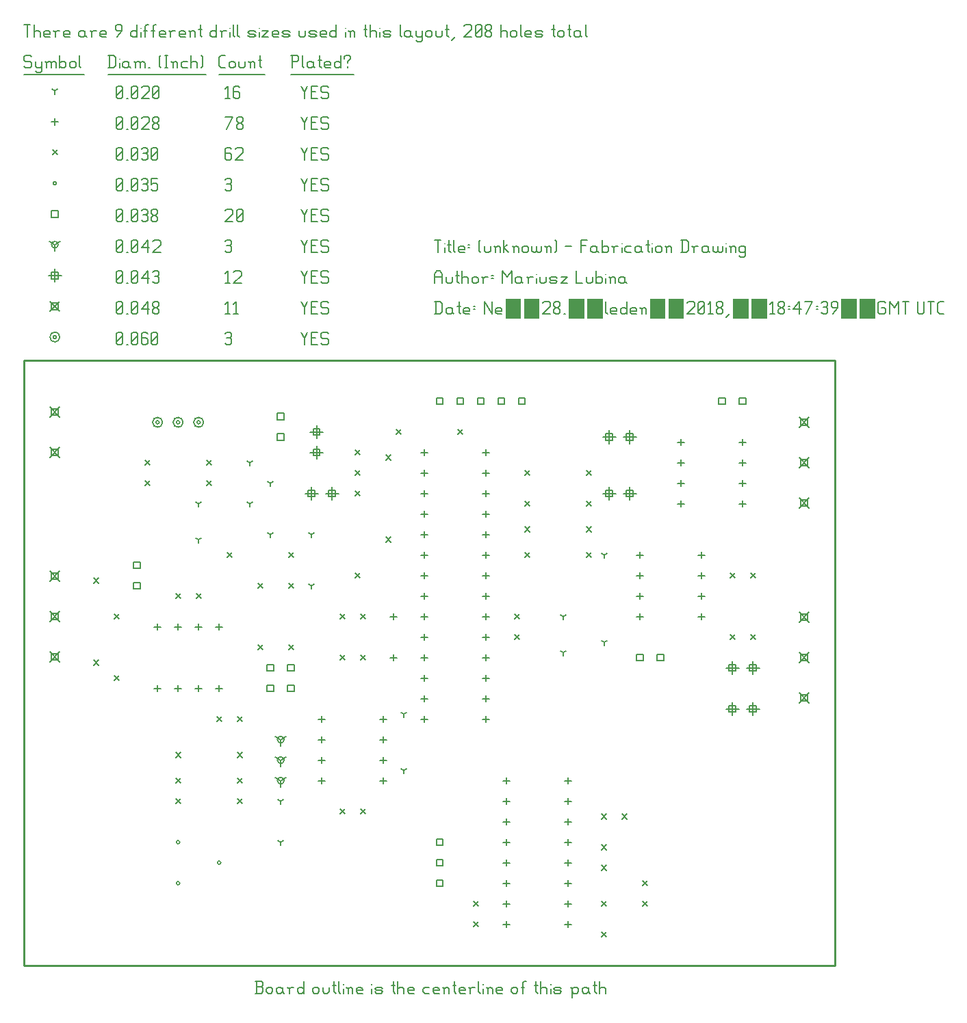
<source format=gbr>
G04 start of page 10 for group -3984 idx -3984 *
G04 Title: (unknown), fab *
G04 Creator: pcb 20140316 *
G04 CreationDate: Ne 28. leden 2018, 18:47:39 GMT UTC *
G04 For: mario *
G04 Format: Gerber/RS-274X *
G04 PCB-Dimensions (mil): 3976.38 2992.13 *
G04 PCB-Coordinate-Origin: lower left *
%MOIN*%
%FSLAX25Y25*%
%LNFAB*%
%ADD80C,0.0001*%
%ADD79C,0.0075*%
%ADD78C,0.0060*%
%ADD77C,0.0080*%
%ADD76C,0.0100*%
G54D76*X395000Y4213D02*X375000D01*
X395000D02*Y24213D01*
Y4213D02*X0D01*
Y299213D01*
X395000D01*
Y4213D01*
G54D77*X64200Y268898D02*G75*G03X65800Y268898I800J0D01*G01*
G75*G03X64200Y268898I-800J0D01*G01*
X62600D02*G75*G03X67400Y268898I2400J0D01*G01*
G75*G03X62600Y268898I-2400J0D01*G01*
X74200D02*G75*G03X75800Y268898I800J0D01*G01*
G75*G03X74200Y268898I-800J0D01*G01*
X72600D02*G75*G03X77400Y268898I2400J0D01*G01*
G75*G03X72600Y268898I-2400J0D01*G01*
X84200D02*G75*G03X85800Y268898I800J0D01*G01*
G75*G03X84200Y268898I-800J0D01*G01*
X82600D02*G75*G03X87400Y268898I2400J0D01*G01*
G75*G03X82600Y268898I-2400J0D01*G01*
X14200Y310463D02*G75*G03X15800Y310463I800J0D01*G01*
G75*G03X14200Y310463I-800J0D01*G01*
X12600D02*G75*G03X17400Y310463I2400J0D01*G01*
G75*G03X12600Y310463I-2400J0D01*G01*
G54D78*X135000Y312713D02*X136500Y309713D01*
X138000Y312713D01*
X136500Y309713D02*Y306713D01*
X139800Y310013D02*X142050D01*
X139800Y306713D02*X142800D01*
X139800Y312713D02*Y306713D01*
Y312713D02*X142800D01*
X147600D02*X148350Y311963D01*
X145350Y312713D02*X147600D01*
X144600Y311963D02*X145350Y312713D01*
X144600Y311963D02*Y310463D01*
X145350Y309713D01*
X147600D01*
X148350Y308963D01*
Y307463D01*
X147600Y306713D02*X148350Y307463D01*
X145350Y306713D02*X147600D01*
X144600Y307463D02*X145350Y306713D01*
X98000Y311963D02*X98750Y312713D01*
X100250D01*
X101000Y311963D01*
X100250Y306713D02*X101000Y307463D01*
X98750Y306713D02*X100250D01*
X98000Y307463D02*X98750Y306713D01*
Y310013D02*X100250D01*
X101000Y311963D02*Y310763D01*
Y309263D02*Y307463D01*
Y309263D02*X100250Y310013D01*
X101000Y310763D02*X100250Y310013D01*
X45000Y307463D02*X45750Y306713D01*
X45000Y311963D02*Y307463D01*
Y311963D02*X45750Y312713D01*
X47250D01*
X48000Y311963D01*
Y307463D01*
X47250Y306713D02*X48000Y307463D01*
X45750Y306713D02*X47250D01*
X45000Y308213D02*X48000Y311213D01*
X49800Y306713D02*X50550D01*
X52350Y307463D02*X53100Y306713D01*
X52350Y311963D02*Y307463D01*
Y311963D02*X53100Y312713D01*
X54600D01*
X55350Y311963D01*
Y307463D01*
X54600Y306713D02*X55350Y307463D01*
X53100Y306713D02*X54600D01*
X52350Y308213D02*X55350Y311213D01*
X59400Y312713D02*X60150Y311963D01*
X57900Y312713D02*X59400D01*
X57150Y311963D02*X57900Y312713D01*
X57150Y311963D02*Y307463D01*
X57900Y306713D01*
X59400Y310013D02*X60150Y309263D01*
X57150Y310013D02*X59400D01*
X57900Y306713D02*X59400D01*
X60150Y307463D01*
Y309263D02*Y307463D01*
X61950D02*X62700Y306713D01*
X61950Y311963D02*Y307463D01*
Y311963D02*X62700Y312713D01*
X64200D01*
X64950Y311963D01*
Y307463D01*
X64200Y306713D02*X64950Y307463D01*
X62700Y306713D02*X64200D01*
X61950Y308213D02*X64950Y311213D01*
X12600Y156928D02*X17400Y152128D01*
X12600D02*X17400Y156928D01*
X13400Y156128D02*X16600D01*
X13400D02*Y152928D01*
X16600D01*
Y156128D02*Y152928D01*
X12600Y176613D02*X17400Y171813D01*
X12600D02*X17400Y176613D01*
X13400Y175813D02*X16600D01*
X13400D02*Y172613D01*
X16600D01*
Y175813D02*Y172613D01*
X12600Y196298D02*X17400Y191498D01*
X12600D02*X17400Y196298D01*
X13400Y195498D02*X16600D01*
X13400D02*Y192298D01*
X16600D01*
Y195498D02*Y192298D01*
X12600Y256613D02*X17400Y251813D01*
X12600D02*X17400Y256613D01*
X13400Y255813D02*X16600D01*
X13400D02*Y252613D01*
X16600D01*
Y255813D02*Y252613D01*
X12600Y276298D02*X17400Y271498D01*
X12600D02*X17400Y276298D01*
X13400Y275498D02*X16600D01*
X13400D02*Y272298D01*
X16600D01*
Y275498D02*Y272298D01*
X377600Y271298D02*X382400Y266498D01*
X377600D02*X382400Y271298D01*
X378400Y270498D02*X381600D01*
X378400D02*Y267298D01*
X381600D01*
Y270498D02*Y267298D01*
X377600Y251613D02*X382400Y246813D01*
X377600D02*X382400Y251613D01*
X378400Y250813D02*X381600D01*
X378400D02*Y247613D01*
X381600D01*
Y250813D02*Y247613D01*
X377600Y231928D02*X382400Y227128D01*
X377600D02*X382400Y231928D01*
X378400Y231128D02*X381600D01*
X378400D02*Y227928D01*
X381600D01*
Y231128D02*Y227928D01*
X377600Y176298D02*X382400Y171498D01*
X377600D02*X382400Y176298D01*
X378400Y175498D02*X381600D01*
X378400D02*Y172298D01*
X381600D01*
Y175498D02*Y172298D01*
X377600Y156613D02*X382400Y151813D01*
X377600D02*X382400Y156613D01*
X378400Y155813D02*X381600D01*
X378400D02*Y152613D01*
X381600D01*
Y155813D02*Y152613D01*
X377600Y136928D02*X382400Y132128D01*
X377600D02*X382400Y136928D01*
X378400Y136128D02*X381600D01*
X378400D02*Y132928D01*
X381600D01*
Y136128D02*Y132928D01*
X12600Y327863D02*X17400Y323063D01*
X12600D02*X17400Y327863D01*
X13400Y327063D02*X16600D01*
X13400D02*Y323863D01*
X16600D01*
Y327063D02*Y323863D01*
X135000Y327713D02*X136500Y324713D01*
X138000Y327713D01*
X136500Y324713D02*Y321713D01*
X139800Y325013D02*X142050D01*
X139800Y321713D02*X142800D01*
X139800Y327713D02*Y321713D01*
Y327713D02*X142800D01*
X147600D02*X148350Y326963D01*
X145350Y327713D02*X147600D01*
X144600Y326963D02*X145350Y327713D01*
X144600Y326963D02*Y325463D01*
X145350Y324713D01*
X147600D01*
X148350Y323963D01*
Y322463D01*
X147600Y321713D02*X148350Y322463D01*
X145350Y321713D02*X147600D01*
X144600Y322463D02*X145350Y321713D01*
X98000Y326513D02*X99200Y327713D01*
Y321713D01*
X98000D02*X100250D01*
X102050Y326513D02*X103250Y327713D01*
Y321713D01*
X102050D02*X104300D01*
X45000Y322463D02*X45750Y321713D01*
X45000Y326963D02*Y322463D01*
Y326963D02*X45750Y327713D01*
X47250D01*
X48000Y326963D01*
Y322463D01*
X47250Y321713D02*X48000Y322463D01*
X45750Y321713D02*X47250D01*
X45000Y323213D02*X48000Y326213D01*
X49800Y321713D02*X50550D01*
X52350Y322463D02*X53100Y321713D01*
X52350Y326963D02*Y322463D01*
Y326963D02*X53100Y327713D01*
X54600D01*
X55350Y326963D01*
Y322463D01*
X54600Y321713D02*X55350Y322463D01*
X53100Y321713D02*X54600D01*
X52350Y323213D02*X55350Y326213D01*
X57150Y323963D02*X60150Y327713D01*
X57150Y323963D02*X60900D01*
X60150Y327713D02*Y321713D01*
X62700Y322463D02*X63450Y321713D01*
X62700Y323663D02*Y322463D01*
Y323663D02*X63750Y324713D01*
X64650D01*
X65700Y323663D01*
Y322463D01*
X64950Y321713D02*X65700Y322463D01*
X63450Y321713D02*X64950D01*
X62700Y325763D02*X63750Y324713D01*
X62700Y326963D02*Y325763D01*
Y326963D02*X63450Y327713D01*
X64950D01*
X65700Y326963D01*
Y325763D01*
X64650Y324713D02*X65700Y325763D01*
X140000Y237413D02*Y231013D01*
X136800Y234213D02*X143200D01*
X138400Y235813D02*X141600D01*
X138400D02*Y232613D01*
X141600D01*
Y235813D02*Y232613D01*
X150000Y237413D02*Y231013D01*
X146800Y234213D02*X153200D01*
X148400Y235813D02*X151600D01*
X148400D02*Y232613D01*
X151600D01*
Y235813D02*Y232613D01*
X142500Y257413D02*Y251013D01*
X139300Y254213D02*X145700D01*
X140900Y255813D02*X144100D01*
X140900D02*Y252613D01*
X144100D01*
Y255813D02*Y252613D01*
X142500Y267413D02*Y261013D01*
X139300Y264213D02*X145700D01*
X140900Y265813D02*X144100D01*
X140900D02*Y262613D01*
X144100D01*
Y265813D02*Y262613D01*
X295000Y237413D02*Y231013D01*
X291800Y234213D02*X298200D01*
X293400Y235813D02*X296600D01*
X293400D02*Y232613D01*
X296600D01*
Y235813D02*Y232613D01*
X285000Y237413D02*Y231013D01*
X281800Y234213D02*X288200D01*
X283400Y235813D02*X286600D01*
X283400D02*Y232613D01*
X286600D01*
Y235813D02*Y232613D01*
X295000Y264913D02*Y258513D01*
X291800Y261713D02*X298200D01*
X293400Y263313D02*X296600D01*
X293400D02*Y260113D01*
X296600D01*
Y263313D02*Y260113D01*
X285000Y264913D02*Y258513D01*
X281800Y261713D02*X288200D01*
X283400Y263313D02*X286600D01*
X283400D02*Y260113D01*
X286600D01*
Y263313D02*Y260113D01*
X345000Y152413D02*Y146013D01*
X341800Y149213D02*X348200D01*
X343400Y150813D02*X346600D01*
X343400D02*Y147613D01*
X346600D01*
Y150813D02*Y147613D01*
X355000Y152413D02*Y146013D01*
X351800Y149213D02*X358200D01*
X353400Y150813D02*X356600D01*
X353400D02*Y147613D01*
X356600D01*
Y150813D02*Y147613D01*
X345000Y132413D02*Y126013D01*
X341800Y129213D02*X348200D01*
X343400Y130813D02*X346600D01*
X343400D02*Y127613D01*
X346600D01*
Y130813D02*Y127613D01*
X355000Y132413D02*Y126013D01*
X351800Y129213D02*X358200D01*
X353400Y130813D02*X356600D01*
X353400D02*Y127613D01*
X356600D01*
Y130813D02*Y127613D01*
X15000Y343663D02*Y337263D01*
X11800Y340463D02*X18200D01*
X13400Y342063D02*X16600D01*
X13400D02*Y338863D01*
X16600D01*
Y342063D02*Y338863D01*
X135000Y342713D02*X136500Y339713D01*
X138000Y342713D01*
X136500Y339713D02*Y336713D01*
X139800Y340013D02*X142050D01*
X139800Y336713D02*X142800D01*
X139800Y342713D02*Y336713D01*
Y342713D02*X142800D01*
X147600D02*X148350Y341963D01*
X145350Y342713D02*X147600D01*
X144600Y341963D02*X145350Y342713D01*
X144600Y341963D02*Y340463D01*
X145350Y339713D01*
X147600D01*
X148350Y338963D01*
Y337463D01*
X147600Y336713D02*X148350Y337463D01*
X145350Y336713D02*X147600D01*
X144600Y337463D02*X145350Y336713D01*
X98000Y341513D02*X99200Y342713D01*
Y336713D01*
X98000D02*X100250D01*
X102050Y341963D02*X102800Y342713D01*
X105050D01*
X105800Y341963D01*
Y340463D01*
X102050Y336713D02*X105800Y340463D01*
X102050Y336713D02*X105800D01*
X45000Y337463D02*X45750Y336713D01*
X45000Y341963D02*Y337463D01*
Y341963D02*X45750Y342713D01*
X47250D01*
X48000Y341963D01*
Y337463D01*
X47250Y336713D02*X48000Y337463D01*
X45750Y336713D02*X47250D01*
X45000Y338213D02*X48000Y341213D01*
X49800Y336713D02*X50550D01*
X52350Y337463D02*X53100Y336713D01*
X52350Y341963D02*Y337463D01*
Y341963D02*X53100Y342713D01*
X54600D01*
X55350Y341963D01*
Y337463D01*
X54600Y336713D02*X55350Y337463D01*
X53100Y336713D02*X54600D01*
X52350Y338213D02*X55350Y341213D01*
X57150Y338963D02*X60150Y342713D01*
X57150Y338963D02*X60900D01*
X60150Y342713D02*Y336713D01*
X62700Y341963D02*X63450Y342713D01*
X64950D01*
X65700Y341963D01*
X64950Y336713D02*X65700Y337463D01*
X63450Y336713D02*X64950D01*
X62700Y337463D02*X63450Y336713D01*
Y340013D02*X64950D01*
X65700Y341963D02*Y340763D01*
Y339263D02*Y337463D01*
Y339263D02*X64950Y340013D01*
X65700Y340763D02*X64950Y340013D01*
X125000Y94213D02*Y91013D01*
Y94213D02*X127773Y95813D01*
X125000Y94213D02*X122227Y95813D01*
X123400Y94213D02*G75*G03X126600Y94213I1600J0D01*G01*
G75*G03X123400Y94213I-1600J0D01*G01*
X125000Y104213D02*Y101013D01*
Y104213D02*X127773Y105813D01*
X125000Y104213D02*X122227Y105813D01*
X123400Y104213D02*G75*G03X126600Y104213I1600J0D01*G01*
G75*G03X123400Y104213I-1600J0D01*G01*
X125000Y114213D02*Y111013D01*
Y114213D02*X127773Y115813D01*
X125000Y114213D02*X122227Y115813D01*
X123400Y114213D02*G75*G03X126600Y114213I1600J0D01*G01*
G75*G03X123400Y114213I-1600J0D01*G01*
X15000Y355463D02*Y352263D01*
Y355463D02*X17773Y357063D01*
X15000Y355463D02*X12227Y357063D01*
X13400Y355463D02*G75*G03X16600Y355463I1600J0D01*G01*
G75*G03X13400Y355463I-1600J0D01*G01*
X135000Y357713D02*X136500Y354713D01*
X138000Y357713D01*
X136500Y354713D02*Y351713D01*
X139800Y355013D02*X142050D01*
X139800Y351713D02*X142800D01*
X139800Y357713D02*Y351713D01*
Y357713D02*X142800D01*
X147600D02*X148350Y356963D01*
X145350Y357713D02*X147600D01*
X144600Y356963D02*X145350Y357713D01*
X144600Y356963D02*Y355463D01*
X145350Y354713D01*
X147600D01*
X148350Y353963D01*
Y352463D01*
X147600Y351713D02*X148350Y352463D01*
X145350Y351713D02*X147600D01*
X144600Y352463D02*X145350Y351713D01*
X98000Y356963D02*X98750Y357713D01*
X100250D01*
X101000Y356963D01*
X100250Y351713D02*X101000Y352463D01*
X98750Y351713D02*X100250D01*
X98000Y352463D02*X98750Y351713D01*
Y355013D02*X100250D01*
X101000Y356963D02*Y355763D01*
Y354263D02*Y352463D01*
Y354263D02*X100250Y355013D01*
X101000Y355763D02*X100250Y355013D01*
X45000Y352463D02*X45750Y351713D01*
X45000Y356963D02*Y352463D01*
Y356963D02*X45750Y357713D01*
X47250D01*
X48000Y356963D01*
Y352463D01*
X47250Y351713D02*X48000Y352463D01*
X45750Y351713D02*X47250D01*
X45000Y353213D02*X48000Y356213D01*
X49800Y351713D02*X50550D01*
X52350Y352463D02*X53100Y351713D01*
X52350Y356963D02*Y352463D01*
Y356963D02*X53100Y357713D01*
X54600D01*
X55350Y356963D01*
Y352463D01*
X54600Y351713D02*X55350Y352463D01*
X53100Y351713D02*X54600D01*
X52350Y353213D02*X55350Y356213D01*
X57150Y353963D02*X60150Y357713D01*
X57150Y353963D02*X60900D01*
X60150Y357713D02*Y351713D01*
X62700Y356963D02*X63450Y357713D01*
X65700D01*
X66450Y356963D01*
Y355463D01*
X62700Y351713D02*X66450Y355463D01*
X62700Y351713D02*X66450D01*
X53400Y200813D02*X56600D01*
X53400D02*Y197613D01*
X56600D01*
Y200813D02*Y197613D01*
X53400Y190813D02*X56600D01*
X53400D02*Y187613D01*
X56600D01*
Y190813D02*Y187613D01*
X123400Y273313D02*X126600D01*
X123400D02*Y270113D01*
X126600D01*
Y273313D02*Y270113D01*
X123400Y263313D02*X126600D01*
X123400D02*Y260113D01*
X126600D01*
Y263313D02*Y260113D01*
X240900Y280813D02*X244100D01*
X240900D02*Y277613D01*
X244100D01*
Y280813D02*Y277613D01*
X230900Y280813D02*X234100D01*
X230900D02*Y277613D01*
X234100D01*
Y280813D02*Y277613D01*
X220900Y280813D02*X224100D01*
X220900D02*Y277613D01*
X224100D01*
Y280813D02*Y277613D01*
X210900Y280813D02*X214100D01*
X210900D02*Y277613D01*
X214100D01*
Y280813D02*Y277613D01*
X200900Y280813D02*X204100D01*
X200900D02*Y277613D01*
X204100D01*
Y280813D02*Y277613D01*
X348400Y280813D02*X351600D01*
X348400D02*Y277613D01*
X351600D01*
Y280813D02*Y277613D01*
X338400Y280813D02*X341600D01*
X338400D02*Y277613D01*
X341600D01*
Y280813D02*Y277613D01*
X308400Y155813D02*X311600D01*
X308400D02*Y152613D01*
X311600D01*
Y155813D02*Y152613D01*
X298400Y155813D02*X301600D01*
X298400D02*Y152613D01*
X301600D01*
Y155813D02*Y152613D01*
X200900Y45813D02*X204100D01*
X200900D02*Y42613D01*
X204100D01*
Y45813D02*Y42613D01*
X200900Y55813D02*X204100D01*
X200900D02*Y52613D01*
X204100D01*
Y55813D02*Y52613D01*
X200900Y65813D02*X204100D01*
X200900D02*Y62613D01*
X204100D01*
Y65813D02*Y62613D01*
X128400Y150813D02*X131600D01*
X128400D02*Y147613D01*
X131600D01*
Y150813D02*Y147613D01*
X128400Y140813D02*X131600D01*
X128400D02*Y137613D01*
X131600D01*
Y140813D02*Y137613D01*
X118400Y150813D02*X121600D01*
X118400D02*Y147613D01*
X121600D01*
Y150813D02*Y147613D01*
X118400Y140813D02*X121600D01*
X118400D02*Y137613D01*
X121600D01*
Y140813D02*Y137613D01*
X13400Y372063D02*X16600D01*
X13400D02*Y368863D01*
X16600D01*
Y372063D02*Y368863D01*
X135000Y372713D02*X136500Y369713D01*
X138000Y372713D01*
X136500Y369713D02*Y366713D01*
X139800Y370013D02*X142050D01*
X139800Y366713D02*X142800D01*
X139800Y372713D02*Y366713D01*
Y372713D02*X142800D01*
X147600D02*X148350Y371963D01*
X145350Y372713D02*X147600D01*
X144600Y371963D02*X145350Y372713D01*
X144600Y371963D02*Y370463D01*
X145350Y369713D01*
X147600D01*
X148350Y368963D01*
Y367463D01*
X147600Y366713D02*X148350Y367463D01*
X145350Y366713D02*X147600D01*
X144600Y367463D02*X145350Y366713D01*
X98000Y371963D02*X98750Y372713D01*
X101000D01*
X101750Y371963D01*
Y370463D01*
X98000Y366713D02*X101750Y370463D01*
X98000Y366713D02*X101750D01*
X103550Y367463D02*X104300Y366713D01*
X103550Y371963D02*Y367463D01*
Y371963D02*X104300Y372713D01*
X105800D01*
X106550Y371963D01*
Y367463D01*
X105800Y366713D02*X106550Y367463D01*
X104300Y366713D02*X105800D01*
X103550Y368213D02*X106550Y371213D01*
X45000Y367463D02*X45750Y366713D01*
X45000Y371963D02*Y367463D01*
Y371963D02*X45750Y372713D01*
X47250D01*
X48000Y371963D01*
Y367463D01*
X47250Y366713D02*X48000Y367463D01*
X45750Y366713D02*X47250D01*
X45000Y368213D02*X48000Y371213D01*
X49800Y366713D02*X50550D01*
X52350Y367463D02*X53100Y366713D01*
X52350Y371963D02*Y367463D01*
Y371963D02*X53100Y372713D01*
X54600D01*
X55350Y371963D01*
Y367463D01*
X54600Y366713D02*X55350Y367463D01*
X53100Y366713D02*X54600D01*
X52350Y368213D02*X55350Y371213D01*
X57150Y371963D02*X57900Y372713D01*
X59400D01*
X60150Y371963D01*
X59400Y366713D02*X60150Y367463D01*
X57900Y366713D02*X59400D01*
X57150Y367463D02*X57900Y366713D01*
Y370013D02*X59400D01*
X60150Y371963D02*Y370763D01*
Y369263D02*Y367463D01*
Y369263D02*X59400Y370013D01*
X60150Y370763D02*X59400Y370013D01*
X61950Y367463D02*X62700Y366713D01*
X61950Y368663D02*Y367463D01*
Y368663D02*X63000Y369713D01*
X63900D01*
X64950Y368663D01*
Y367463D01*
X64200Y366713D02*X64950Y367463D01*
X62700Y366713D02*X64200D01*
X61950Y370763D02*X63000Y369713D01*
X61950Y371963D02*Y370763D01*
Y371963D02*X62700Y372713D01*
X64200D01*
X64950Y371963D01*
Y370763D01*
X63900Y369713D02*X64950Y370763D01*
X74200Y64213D02*G75*G03X75800Y64213I800J0D01*G01*
G75*G03X74200Y64213I-800J0D01*G01*
Y44213D02*G75*G03X75800Y44213I800J0D01*G01*
G75*G03X74200Y44213I-800J0D01*G01*
X94200Y54213D02*G75*G03X95800Y54213I800J0D01*G01*
G75*G03X94200Y54213I-800J0D01*G01*
X14200Y385463D02*G75*G03X15800Y385463I800J0D01*G01*
G75*G03X14200Y385463I-800J0D01*G01*
X135000Y387713D02*X136500Y384713D01*
X138000Y387713D01*
X136500Y384713D02*Y381713D01*
X139800Y385013D02*X142050D01*
X139800Y381713D02*X142800D01*
X139800Y387713D02*Y381713D01*
Y387713D02*X142800D01*
X147600D02*X148350Y386963D01*
X145350Y387713D02*X147600D01*
X144600Y386963D02*X145350Y387713D01*
X144600Y386963D02*Y385463D01*
X145350Y384713D01*
X147600D01*
X148350Y383963D01*
Y382463D01*
X147600Y381713D02*X148350Y382463D01*
X145350Y381713D02*X147600D01*
X144600Y382463D02*X145350Y381713D01*
X98000Y386963D02*X98750Y387713D01*
X100250D01*
X101000Y386963D01*
X100250Y381713D02*X101000Y382463D01*
X98750Y381713D02*X100250D01*
X98000Y382463D02*X98750Y381713D01*
Y385013D02*X100250D01*
X101000Y386963D02*Y385763D01*
Y384263D02*Y382463D01*
Y384263D02*X100250Y385013D01*
X101000Y385763D02*X100250Y385013D01*
X45000Y382463D02*X45750Y381713D01*
X45000Y386963D02*Y382463D01*
Y386963D02*X45750Y387713D01*
X47250D01*
X48000Y386963D01*
Y382463D01*
X47250Y381713D02*X48000Y382463D01*
X45750Y381713D02*X47250D01*
X45000Y383213D02*X48000Y386213D01*
X49800Y381713D02*X50550D01*
X52350Y382463D02*X53100Y381713D01*
X52350Y386963D02*Y382463D01*
Y386963D02*X53100Y387713D01*
X54600D01*
X55350Y386963D01*
Y382463D01*
X54600Y381713D02*X55350Y382463D01*
X53100Y381713D02*X54600D01*
X52350Y383213D02*X55350Y386213D01*
X57150Y386963D02*X57900Y387713D01*
X59400D01*
X60150Y386963D01*
X59400Y381713D02*X60150Y382463D01*
X57900Y381713D02*X59400D01*
X57150Y382463D02*X57900Y381713D01*
Y385013D02*X59400D01*
X60150Y386963D02*Y385763D01*
Y384263D02*Y382463D01*
Y384263D02*X59400Y385013D01*
X60150Y385763D02*X59400Y385013D01*
X61950Y387713D02*X64950D01*
X61950D02*Y384713D01*
X62700Y385463D01*
X64200D01*
X64950Y384713D01*
Y382463D01*
X64200Y381713D02*X64950Y382463D01*
X62700Y381713D02*X64200D01*
X61950Y382463D02*X62700Y381713D01*
X83800Y185413D02*X86200Y183013D01*
X83800D02*X86200Y185413D01*
X73800D02*X76200Y183013D01*
X73800D02*X76200Y185413D01*
X98800Y205413D02*X101200Y203013D01*
X98800D02*X101200Y205413D01*
X128800D02*X131200Y203013D01*
X128800D02*X131200Y205413D01*
X43800Y175413D02*X46200Y173013D01*
X43800D02*X46200Y175413D01*
X43800Y145413D02*X46200Y143013D01*
X43800D02*X46200Y145413D01*
X58800Y250413D02*X61200Y248013D01*
X58800D02*X61200Y250413D01*
X58800Y240413D02*X61200Y238013D01*
X58800D02*X61200Y240413D01*
X88800Y250413D02*X91200Y248013D01*
X88800D02*X91200Y250413D01*
X88800Y240413D02*X91200Y238013D01*
X88800D02*X91200Y240413D01*
X113800Y160413D02*X116200Y158013D01*
X113800D02*X116200Y160413D01*
X113800Y190413D02*X116200Y188013D01*
X113800D02*X116200Y190413D01*
X128800Y160413D02*X131200Y158013D01*
X128800D02*X131200Y160413D01*
X128800Y190413D02*X131200Y188013D01*
X128800D02*X131200Y190413D01*
X153800Y80413D02*X156200Y78013D01*
X153800D02*X156200Y80413D01*
X163800D02*X166200Y78013D01*
X163800D02*X166200Y80413D01*
X153800Y155413D02*X156200Y153013D01*
X153800D02*X156200Y155413D01*
X163800D02*X166200Y153013D01*
X163800D02*X166200Y155413D01*
X153800Y175413D02*X156200Y173013D01*
X153800D02*X156200Y175413D01*
X163800D02*X166200Y173013D01*
X163800D02*X166200Y175413D01*
X238800Y165413D02*X241200Y163013D01*
X238800D02*X241200Y165413D01*
X238800Y175413D02*X241200Y173013D01*
X238800D02*X241200Y175413D01*
X181300Y265413D02*X183700Y263013D01*
X181300D02*X183700Y265413D01*
X211300D02*X213700Y263013D01*
X211300D02*X213700Y265413D01*
X243800Y205413D02*X246200Y203013D01*
X243800D02*X246200Y205413D01*
X273800D02*X276200Y203013D01*
X273800D02*X276200Y205413D01*
X243800Y217913D02*X246200Y215513D01*
X243800D02*X246200Y217913D01*
X273800D02*X276200Y215513D01*
X273800D02*X276200Y217913D01*
X243800Y245413D02*X246200Y243013D01*
X243800D02*X246200Y245413D01*
X273800D02*X276200Y243013D01*
X273800D02*X276200Y245413D01*
X243800Y230413D02*X246200Y228013D01*
X243800D02*X246200Y230413D01*
X273800D02*X276200Y228013D01*
X273800D02*X276200Y230413D01*
X353800Y165413D02*X356200Y163013D01*
X353800D02*X356200Y165413D01*
X353800Y195413D02*X356200Y193013D01*
X353800D02*X356200Y195413D01*
X343800Y165413D02*X346200Y163013D01*
X343800D02*X346200Y165413D01*
X343800Y195413D02*X346200Y193013D01*
X343800D02*X346200Y195413D01*
X218800Y25413D02*X221200Y23013D01*
X218800D02*X221200Y25413D01*
X218800Y35413D02*X221200Y33013D01*
X218800D02*X221200Y35413D01*
X301300D02*X303700Y33013D01*
X301300D02*X303700Y35413D01*
X301300Y45413D02*X303700Y43013D01*
X301300D02*X303700Y45413D01*
X281300Y52913D02*X283700Y50513D01*
X281300D02*X283700Y52913D01*
X281300Y62913D02*X283700Y60513D01*
X281300D02*X283700Y62913D01*
X281300Y77913D02*X283700Y75513D01*
X281300D02*X283700Y77913D01*
X291300D02*X293700Y75513D01*
X291300D02*X293700Y77913D01*
X161300Y235413D02*X163700Y233013D01*
X161300D02*X163700Y235413D01*
X161300Y195413D02*X163700Y193013D01*
X161300D02*X163700Y195413D01*
X176300Y252913D02*X178700Y250513D01*
X176300D02*X178700Y252913D01*
X176300Y212913D02*X178700Y210513D01*
X176300D02*X178700Y212913D01*
X93800Y125413D02*X96200Y123013D01*
X93800D02*X96200Y125413D01*
X103800D02*X106200Y123013D01*
X103800D02*X106200Y125413D01*
X73800Y107913D02*X76200Y105513D01*
X73800D02*X76200Y107913D01*
X103800D02*X106200Y105513D01*
X103800D02*X106200Y107913D01*
X161300Y255413D02*X163700Y253013D01*
X161300D02*X163700Y255413D01*
X161300Y245413D02*X163700Y243013D01*
X161300D02*X163700Y245413D01*
X281300Y35413D02*X283700Y33013D01*
X281300D02*X283700Y35413D01*
X281300Y20413D02*X283700Y18013D01*
X281300D02*X283700Y20413D01*
X33800Y152913D02*X36200Y150513D01*
X33800D02*X36200Y152913D01*
X33800Y192913D02*X36200Y190513D01*
X33800D02*X36200Y192913D01*
X73800Y95413D02*X76200Y93013D01*
X73800D02*X76200Y95413D01*
X103800D02*X106200Y93013D01*
X103800D02*X106200Y95413D01*
X103800Y85413D02*X106200Y83013D01*
X103800D02*X106200Y85413D01*
X73800D02*X76200Y83013D01*
X73800D02*X76200Y85413D01*
X13800Y401663D02*X16200Y399263D01*
X13800D02*X16200Y401663D01*
X135000Y402713D02*X136500Y399713D01*
X138000Y402713D01*
X136500Y399713D02*Y396713D01*
X139800Y400013D02*X142050D01*
X139800Y396713D02*X142800D01*
X139800Y402713D02*Y396713D01*
Y402713D02*X142800D01*
X147600D02*X148350Y401963D01*
X145350Y402713D02*X147600D01*
X144600Y401963D02*X145350Y402713D01*
X144600Y401963D02*Y400463D01*
X145350Y399713D01*
X147600D01*
X148350Y398963D01*
Y397463D01*
X147600Y396713D02*X148350Y397463D01*
X145350Y396713D02*X147600D01*
X144600Y397463D02*X145350Y396713D01*
X100250Y402713D02*X101000Y401963D01*
X98750Y402713D02*X100250D01*
X98000Y401963D02*X98750Y402713D01*
X98000Y401963D02*Y397463D01*
X98750Y396713D01*
X100250Y400013D02*X101000Y399263D01*
X98000Y400013D02*X100250D01*
X98750Y396713D02*X100250D01*
X101000Y397463D01*
Y399263D02*Y397463D01*
X102800Y401963D02*X103550Y402713D01*
X105800D01*
X106550Y401963D01*
Y400463D01*
X102800Y396713D02*X106550Y400463D01*
X102800Y396713D02*X106550D01*
X45000Y397463D02*X45750Y396713D01*
X45000Y401963D02*Y397463D01*
Y401963D02*X45750Y402713D01*
X47250D01*
X48000Y401963D01*
Y397463D01*
X47250Y396713D02*X48000Y397463D01*
X45750Y396713D02*X47250D01*
X45000Y398213D02*X48000Y401213D01*
X49800Y396713D02*X50550D01*
X52350Y397463D02*X53100Y396713D01*
X52350Y401963D02*Y397463D01*
Y401963D02*X53100Y402713D01*
X54600D01*
X55350Y401963D01*
Y397463D01*
X54600Y396713D02*X55350Y397463D01*
X53100Y396713D02*X54600D01*
X52350Y398213D02*X55350Y401213D01*
X57150Y401963D02*X57900Y402713D01*
X59400D01*
X60150Y401963D01*
X59400Y396713D02*X60150Y397463D01*
X57900Y396713D02*X59400D01*
X57150Y397463D02*X57900Y396713D01*
Y400013D02*X59400D01*
X60150Y401963D02*Y400763D01*
Y399263D02*Y397463D01*
Y399263D02*X59400Y400013D01*
X60150Y400763D02*X59400Y400013D01*
X61950Y397463D02*X62700Y396713D01*
X61950Y401963D02*Y397463D01*
Y401963D02*X62700Y402713D01*
X64200D01*
X64950Y401963D01*
Y397463D01*
X64200Y396713D02*X64950Y397463D01*
X62700Y396713D02*X64200D01*
X61950Y398213D02*X64950Y401213D01*
X65000Y140813D02*Y137613D01*
X63400Y139213D02*X66600D01*
X75000Y140813D02*Y137613D01*
X73400Y139213D02*X76600D01*
X85000Y140813D02*Y137613D01*
X83400Y139213D02*X86600D01*
X95000Y140813D02*Y137613D01*
X93400Y139213D02*X96600D01*
X95000Y170813D02*Y167613D01*
X93400Y169213D02*X96600D01*
X85000Y170813D02*Y167613D01*
X83400Y169213D02*X86600D01*
X75000Y170813D02*Y167613D01*
X73400Y169213D02*X76600D01*
X65000Y170813D02*Y167613D01*
X63400Y169213D02*X66600D01*
X175000Y95813D02*Y92613D01*
X173400Y94213D02*X176600D01*
X175000Y105813D02*Y102613D01*
X173400Y104213D02*X176600D01*
X175000Y115813D02*Y112613D01*
X173400Y114213D02*X176600D01*
X175000Y125813D02*Y122613D01*
X173400Y124213D02*X176600D01*
X145000Y125813D02*Y122613D01*
X143400Y124213D02*X146600D01*
X145000Y115813D02*Y112613D01*
X143400Y114213D02*X146600D01*
X145000Y105813D02*Y102613D01*
X143400Y104213D02*X146600D01*
X145000Y95813D02*Y92613D01*
X143400Y94213D02*X146600D01*
X195000Y255813D02*Y252613D01*
X193400Y254213D02*X196600D01*
X195000Y245813D02*Y242613D01*
X193400Y244213D02*X196600D01*
X195000Y235813D02*Y232613D01*
X193400Y234213D02*X196600D01*
X195000Y225813D02*Y222613D01*
X193400Y224213D02*X196600D01*
X195000Y215813D02*Y212613D01*
X193400Y214213D02*X196600D01*
X195000Y205813D02*Y202613D01*
X193400Y204213D02*X196600D01*
X195000Y195813D02*Y192613D01*
X193400Y194213D02*X196600D01*
X195000Y185813D02*Y182613D01*
X193400Y184213D02*X196600D01*
X195000Y175813D02*Y172613D01*
X193400Y174213D02*X196600D01*
X195000Y165813D02*Y162613D01*
X193400Y164213D02*X196600D01*
X195000Y155813D02*Y152613D01*
X193400Y154213D02*X196600D01*
X195000Y145813D02*Y142613D01*
X193400Y144213D02*X196600D01*
X195000Y135813D02*Y132613D01*
X193400Y134213D02*X196600D01*
X195000Y125813D02*Y122613D01*
X193400Y124213D02*X196600D01*
X225000Y125813D02*Y122613D01*
X223400Y124213D02*X226600D01*
X225000Y135813D02*Y132613D01*
X223400Y134213D02*X226600D01*
X225000Y145813D02*Y142613D01*
X223400Y144213D02*X226600D01*
X225000Y155813D02*Y152613D01*
X223400Y154213D02*X226600D01*
X225000Y165813D02*Y162613D01*
X223400Y164213D02*X226600D01*
X225000Y175813D02*Y172613D01*
X223400Y174213D02*X226600D01*
X225000Y185813D02*Y182613D01*
X223400Y184213D02*X226600D01*
X225000Y195813D02*Y192613D01*
X223400Y194213D02*X226600D01*
X225000Y205813D02*Y202613D01*
X223400Y204213D02*X226600D01*
X225000Y215813D02*Y212613D01*
X223400Y214213D02*X226600D01*
X225000Y225813D02*Y222613D01*
X223400Y224213D02*X226600D01*
X225000Y235813D02*Y232613D01*
X223400Y234213D02*X226600D01*
X225000Y245813D02*Y242613D01*
X223400Y244213D02*X226600D01*
X225000Y255813D02*Y252613D01*
X223400Y254213D02*X226600D01*
X180000Y175813D02*Y172613D01*
X178400Y174213D02*X181600D01*
X180000Y155813D02*Y152613D01*
X178400Y154213D02*X181600D01*
X320000Y260813D02*Y257613D01*
X318400Y259213D02*X321600D01*
X320000Y250813D02*Y247613D01*
X318400Y249213D02*X321600D01*
X350000Y250813D02*Y247613D01*
X348400Y249213D02*X351600D01*
X350000Y260813D02*Y257613D01*
X348400Y259213D02*X351600D01*
X320000Y240813D02*Y237613D01*
X318400Y239213D02*X321600D01*
X320000Y230813D02*Y227613D01*
X318400Y229213D02*X321600D01*
X350000Y230813D02*Y227613D01*
X348400Y229213D02*X351600D01*
X350000Y240813D02*Y237613D01*
X348400Y239213D02*X351600D01*
X330000Y175813D02*Y172613D01*
X328400Y174213D02*X331600D01*
X330000Y185813D02*Y182613D01*
X328400Y184213D02*X331600D01*
X300000Y185813D02*Y182613D01*
X298400Y184213D02*X301600D01*
X300000Y175813D02*Y172613D01*
X298400Y174213D02*X301600D01*
X330000Y195813D02*Y192613D01*
X328400Y194213D02*X331600D01*
X330000Y205813D02*Y202613D01*
X328400Y204213D02*X331600D01*
X300000Y205813D02*Y202613D01*
X298400Y204213D02*X301600D01*
X300000Y195813D02*Y192613D01*
X298400Y194213D02*X301600D01*
X265000Y25813D02*Y22613D01*
X263400Y24213D02*X266600D01*
X265000Y35813D02*Y32613D01*
X263400Y34213D02*X266600D01*
X265000Y45813D02*Y42613D01*
X263400Y44213D02*X266600D01*
X265000Y55813D02*Y52613D01*
X263400Y54213D02*X266600D01*
X265000Y65813D02*Y62613D01*
X263400Y64213D02*X266600D01*
X265000Y75813D02*Y72613D01*
X263400Y74213D02*X266600D01*
X265000Y85813D02*Y82613D01*
X263400Y84213D02*X266600D01*
X265000Y95813D02*Y92613D01*
X263400Y94213D02*X266600D01*
X235000Y95813D02*Y92613D01*
X233400Y94213D02*X236600D01*
X235000Y85813D02*Y82613D01*
X233400Y84213D02*X236600D01*
X235000Y75813D02*Y72613D01*
X233400Y74213D02*X236600D01*
X235000Y65813D02*Y62613D01*
X233400Y64213D02*X236600D01*
X235000Y55813D02*Y52613D01*
X233400Y54213D02*X236600D01*
X235000Y45813D02*Y42613D01*
X233400Y44213D02*X236600D01*
X235000Y35813D02*Y32613D01*
X233400Y34213D02*X236600D01*
X235000Y25813D02*Y22613D01*
X233400Y24213D02*X236600D01*
X15000Y417063D02*Y413863D01*
X13400Y415463D02*X16600D01*
X135000Y417713D02*X136500Y414713D01*
X138000Y417713D01*
X136500Y414713D02*Y411713D01*
X139800Y415013D02*X142050D01*
X139800Y411713D02*X142800D01*
X139800Y417713D02*Y411713D01*
Y417713D02*X142800D01*
X147600D02*X148350Y416963D01*
X145350Y417713D02*X147600D01*
X144600Y416963D02*X145350Y417713D01*
X144600Y416963D02*Y415463D01*
X145350Y414713D01*
X147600D01*
X148350Y413963D01*
Y412463D01*
X147600Y411713D02*X148350Y412463D01*
X145350Y411713D02*X147600D01*
X144600Y412463D02*X145350Y411713D01*
X98750D02*X101750Y417713D01*
X98000D02*X101750D01*
X103550Y412463D02*X104300Y411713D01*
X103550Y413663D02*Y412463D01*
Y413663D02*X104600Y414713D01*
X105500D01*
X106550Y413663D01*
Y412463D01*
X105800Y411713D02*X106550Y412463D01*
X104300Y411713D02*X105800D01*
X103550Y415763D02*X104600Y414713D01*
X103550Y416963D02*Y415763D01*
Y416963D02*X104300Y417713D01*
X105800D01*
X106550Y416963D01*
Y415763D01*
X105500Y414713D02*X106550Y415763D01*
X45000Y412463D02*X45750Y411713D01*
X45000Y416963D02*Y412463D01*
Y416963D02*X45750Y417713D01*
X47250D01*
X48000Y416963D01*
Y412463D01*
X47250Y411713D02*X48000Y412463D01*
X45750Y411713D02*X47250D01*
X45000Y413213D02*X48000Y416213D01*
X49800Y411713D02*X50550D01*
X52350Y412463D02*X53100Y411713D01*
X52350Y416963D02*Y412463D01*
Y416963D02*X53100Y417713D01*
X54600D01*
X55350Y416963D01*
Y412463D01*
X54600Y411713D02*X55350Y412463D01*
X53100Y411713D02*X54600D01*
X52350Y413213D02*X55350Y416213D01*
X57150Y416963D02*X57900Y417713D01*
X60150D01*
X60900Y416963D01*
Y415463D01*
X57150Y411713D02*X60900Y415463D01*
X57150Y411713D02*X60900D01*
X62700Y412463D02*X63450Y411713D01*
X62700Y413663D02*Y412463D01*
Y413663D02*X63750Y414713D01*
X64650D01*
X65700Y413663D01*
Y412463D01*
X64950Y411713D02*X65700Y412463D01*
X63450Y411713D02*X64950D01*
X62700Y415763D02*X63750Y414713D01*
X62700Y416963D02*Y415763D01*
Y416963D02*X63450Y417713D01*
X64950D01*
X65700Y416963D01*
Y415763D01*
X64650Y414713D02*X65700Y415763D01*
X185000Y126713D02*Y125113D01*
Y126713D02*X186387Y127513D01*
X185000Y126713D02*X183613Y127513D01*
X185000Y99213D02*Y97613D01*
Y99213D02*X186387Y100013D01*
X185000Y99213D02*X183613Y100013D01*
X282500Y204213D02*Y202613D01*
Y204213D02*X283887Y205013D01*
X282500Y204213D02*X281113Y205013D01*
X282500Y161713D02*Y160113D01*
Y161713D02*X283887Y162513D01*
X282500Y161713D02*X281113Y162513D01*
X110000Y249213D02*Y247613D01*
Y249213D02*X111387Y250013D01*
X110000Y249213D02*X108613Y250013D01*
X110000Y229213D02*Y227613D01*
Y229213D02*X111387Y230013D01*
X110000Y229213D02*X108613Y230013D01*
X85000Y211713D02*Y210113D01*
Y211713D02*X86387Y212513D01*
X85000Y211713D02*X83613Y212513D01*
X85000Y229213D02*Y227613D01*
Y229213D02*X86387Y230013D01*
X85000Y229213D02*X83613Y230013D01*
X120000Y239213D02*Y237613D01*
Y239213D02*X121387Y240013D01*
X120000Y239213D02*X118613Y240013D01*
X120000Y214213D02*Y212613D01*
Y214213D02*X121387Y215013D01*
X120000Y214213D02*X118613Y215013D01*
X262500Y174213D02*Y172613D01*
Y174213D02*X263887Y175013D01*
X262500Y174213D02*X261113Y175013D01*
X262500Y156713D02*Y155113D01*
Y156713D02*X263887Y157513D01*
X262500Y156713D02*X261113Y157513D01*
X140000Y214213D02*Y212613D01*
Y214213D02*X141387Y215013D01*
X140000Y214213D02*X138613Y215013D01*
X140000Y189213D02*Y187613D01*
Y189213D02*X141387Y190013D01*
X140000Y189213D02*X138613Y190013D01*
X125000Y84213D02*Y82613D01*
Y84213D02*X126387Y85013D01*
X125000Y84213D02*X123613Y85013D01*
X125000Y64213D02*Y62613D01*
Y64213D02*X126387Y65013D01*
X125000Y64213D02*X123613Y65013D01*
X15000Y430463D02*Y428863D01*
Y430463D02*X16387Y431263D01*
X15000Y430463D02*X13613Y431263D01*
X135000Y432713D02*X136500Y429713D01*
X138000Y432713D01*
X136500Y429713D02*Y426713D01*
X139800Y430013D02*X142050D01*
X139800Y426713D02*X142800D01*
X139800Y432713D02*Y426713D01*
Y432713D02*X142800D01*
X147600D02*X148350Y431963D01*
X145350Y432713D02*X147600D01*
X144600Y431963D02*X145350Y432713D01*
X144600Y431963D02*Y430463D01*
X145350Y429713D01*
X147600D01*
X148350Y428963D01*
Y427463D01*
X147600Y426713D02*X148350Y427463D01*
X145350Y426713D02*X147600D01*
X144600Y427463D02*X145350Y426713D01*
X98000Y431513D02*X99200Y432713D01*
Y426713D01*
X98000D02*X100250D01*
X104300Y432713D02*X105050Y431963D01*
X102800Y432713D02*X104300D01*
X102050Y431963D02*X102800Y432713D01*
X102050Y431963D02*Y427463D01*
X102800Y426713D01*
X104300Y430013D02*X105050Y429263D01*
X102050Y430013D02*X104300D01*
X102800Y426713D02*X104300D01*
X105050Y427463D01*
Y429263D02*Y427463D01*
X45000D02*X45750Y426713D01*
X45000Y431963D02*Y427463D01*
Y431963D02*X45750Y432713D01*
X47250D01*
X48000Y431963D01*
Y427463D01*
X47250Y426713D02*X48000Y427463D01*
X45750Y426713D02*X47250D01*
X45000Y428213D02*X48000Y431213D01*
X49800Y426713D02*X50550D01*
X52350Y427463D02*X53100Y426713D01*
X52350Y431963D02*Y427463D01*
Y431963D02*X53100Y432713D01*
X54600D01*
X55350Y431963D01*
Y427463D01*
X54600Y426713D02*X55350Y427463D01*
X53100Y426713D02*X54600D01*
X52350Y428213D02*X55350Y431213D01*
X57150Y431963D02*X57900Y432713D01*
X60150D01*
X60900Y431963D01*
Y430463D01*
X57150Y426713D02*X60900Y430463D01*
X57150Y426713D02*X60900D01*
X62700Y427463D02*X63450Y426713D01*
X62700Y431963D02*Y427463D01*
Y431963D02*X63450Y432713D01*
X64950D01*
X65700Y431963D01*
Y427463D01*
X64950Y426713D02*X65700Y427463D01*
X63450Y426713D02*X64950D01*
X62700Y428213D02*X65700Y431213D01*
X3000Y447713D02*X3750Y446963D01*
X750Y447713D02*X3000D01*
X0Y446963D02*X750Y447713D01*
X0Y446963D02*Y445463D01*
X750Y444713D01*
X3000D01*
X3750Y443963D01*
Y442463D01*
X3000Y441713D02*X3750Y442463D01*
X750Y441713D02*X3000D01*
X0Y442463D02*X750Y441713D01*
X5550Y444713D02*Y442463D01*
X6300Y441713D01*
X8550Y444713D02*Y440213D01*
X7800Y439463D02*X8550Y440213D01*
X6300Y439463D02*X7800D01*
X5550Y440213D02*X6300Y439463D01*
Y441713D02*X7800D01*
X8550Y442463D01*
X11100Y443963D02*Y441713D01*
Y443963D02*X11850Y444713D01*
X12600D01*
X13350Y443963D01*
Y441713D01*
Y443963D02*X14100Y444713D01*
X14850D01*
X15600Y443963D01*
Y441713D01*
X10350Y444713D02*X11100Y443963D01*
X17400Y447713D02*Y441713D01*
Y442463D02*X18150Y441713D01*
X19650D01*
X20400Y442463D01*
Y443963D02*Y442463D01*
X19650Y444713D02*X20400Y443963D01*
X18150Y444713D02*X19650D01*
X17400Y443963D02*X18150Y444713D01*
X22200Y443963D02*Y442463D01*
Y443963D02*X22950Y444713D01*
X24450D01*
X25200Y443963D01*
Y442463D01*
X24450Y441713D02*X25200Y442463D01*
X22950Y441713D02*X24450D01*
X22200Y442463D02*X22950Y441713D01*
X27000Y447713D02*Y442463D01*
X27750Y441713D01*
X0Y438463D02*X29250D01*
X41750Y447713D02*Y441713D01*
X43700Y447713D02*X44750Y446663D01*
Y442763D01*
X43700Y441713D02*X44750Y442763D01*
X41000Y441713D02*X43700D01*
X41000Y447713D02*X43700D01*
G54D79*X46550Y446213D02*Y446063D01*
G54D78*Y443963D02*Y441713D01*
X50300Y444713D02*X51050Y443963D01*
X48800Y444713D02*X50300D01*
X48050Y443963D02*X48800Y444713D01*
X48050Y443963D02*Y442463D01*
X48800Y441713D01*
X51050Y444713D02*Y442463D01*
X51800Y441713D01*
X48800D02*X50300D01*
X51050Y442463D01*
X54350Y443963D02*Y441713D01*
Y443963D02*X55100Y444713D01*
X55850D01*
X56600Y443963D01*
Y441713D01*
Y443963D02*X57350Y444713D01*
X58100D01*
X58850Y443963D01*
Y441713D01*
X53600Y444713D02*X54350Y443963D01*
X60650Y441713D02*X61400D01*
X65900Y442463D02*X66650Y441713D01*
X65900Y446963D02*X66650Y447713D01*
X65900Y446963D02*Y442463D01*
X68450Y447713D02*X69950D01*
X69200D02*Y441713D01*
X68450D02*X69950D01*
X72500Y443963D02*Y441713D01*
Y443963D02*X73250Y444713D01*
X74000D01*
X74750Y443963D01*
Y441713D01*
X71750Y444713D02*X72500Y443963D01*
X77300Y444713D02*X79550D01*
X76550Y443963D02*X77300Y444713D01*
X76550Y443963D02*Y442463D01*
X77300Y441713D01*
X79550D01*
X81350Y447713D02*Y441713D01*
Y443963D02*X82100Y444713D01*
X83600D01*
X84350Y443963D01*
Y441713D01*
X86150Y447713D02*X86900Y446963D01*
Y442463D01*
X86150Y441713D02*X86900Y442463D01*
X41000Y438463D02*X88700D01*
X96050Y441713D02*X98000D01*
X95000Y442763D02*X96050Y441713D01*
X95000Y446663D02*Y442763D01*
Y446663D02*X96050Y447713D01*
X98000D01*
X99800Y443963D02*Y442463D01*
Y443963D02*X100550Y444713D01*
X102050D01*
X102800Y443963D01*
Y442463D01*
X102050Y441713D02*X102800Y442463D01*
X100550Y441713D02*X102050D01*
X99800Y442463D02*X100550Y441713D01*
X104600Y444713D02*Y442463D01*
X105350Y441713D01*
X106850D01*
X107600Y442463D01*
Y444713D02*Y442463D01*
X110150Y443963D02*Y441713D01*
Y443963D02*X110900Y444713D01*
X111650D01*
X112400Y443963D01*
Y441713D01*
X109400Y444713D02*X110150Y443963D01*
X114950Y447713D02*Y442463D01*
X115700Y441713D01*
X114200Y445463D02*X115700D01*
X95000Y438463D02*X117200D01*
X130750Y447713D02*Y441713D01*
X130000Y447713D02*X133000D01*
X133750Y446963D01*
Y445463D01*
X133000Y444713D02*X133750Y445463D01*
X130750Y444713D02*X133000D01*
X135550Y447713D02*Y442463D01*
X136300Y441713D01*
X140050Y444713D02*X140800Y443963D01*
X138550Y444713D02*X140050D01*
X137800Y443963D02*X138550Y444713D01*
X137800Y443963D02*Y442463D01*
X138550Y441713D01*
X140800Y444713D02*Y442463D01*
X141550Y441713D01*
X138550D02*X140050D01*
X140800Y442463D01*
X144100Y447713D02*Y442463D01*
X144850Y441713D01*
X143350Y445463D02*X144850D01*
X147100Y441713D02*X149350D01*
X146350Y442463D02*X147100Y441713D01*
X146350Y443963D02*Y442463D01*
Y443963D02*X147100Y444713D01*
X148600D01*
X149350Y443963D01*
X146350Y443213D02*X149350D01*
Y443963D02*Y443213D01*
X154150Y447713D02*Y441713D01*
X153400D02*X154150Y442463D01*
X151900Y441713D02*X153400D01*
X151150Y442463D02*X151900Y441713D01*
X151150Y443963D02*Y442463D01*
Y443963D02*X151900Y444713D01*
X153400D01*
X154150Y443963D01*
X157450Y444713D02*Y443963D01*
Y442463D02*Y441713D01*
X155950Y446963D02*Y446213D01*
Y446963D02*X156700Y447713D01*
X158200D01*
X158950Y446963D01*
Y446213D01*
X157450Y444713D02*X158950Y446213D01*
X130000Y438463D02*X160750D01*
X0Y462713D02*X3000D01*
X1500D02*Y456713D01*
X4800Y462713D02*Y456713D01*
Y458963D02*X5550Y459713D01*
X7050D01*
X7800Y458963D01*
Y456713D01*
X10350D02*X12600D01*
X9600Y457463D02*X10350Y456713D01*
X9600Y458963D02*Y457463D01*
Y458963D02*X10350Y459713D01*
X11850D01*
X12600Y458963D01*
X9600Y458213D02*X12600D01*
Y458963D02*Y458213D01*
X15150Y458963D02*Y456713D01*
Y458963D02*X15900Y459713D01*
X17400D01*
X14400D02*X15150Y458963D01*
X19950Y456713D02*X22200D01*
X19200Y457463D02*X19950Y456713D01*
X19200Y458963D02*Y457463D01*
Y458963D02*X19950Y459713D01*
X21450D01*
X22200Y458963D01*
X19200Y458213D02*X22200D01*
Y458963D02*Y458213D01*
X28950Y459713D02*X29700Y458963D01*
X27450Y459713D02*X28950D01*
X26700Y458963D02*X27450Y459713D01*
X26700Y458963D02*Y457463D01*
X27450Y456713D01*
X29700Y459713D02*Y457463D01*
X30450Y456713D01*
X27450D02*X28950D01*
X29700Y457463D01*
X33000Y458963D02*Y456713D01*
Y458963D02*X33750Y459713D01*
X35250D01*
X32250D02*X33000Y458963D01*
X37800Y456713D02*X40050D01*
X37050Y457463D02*X37800Y456713D01*
X37050Y458963D02*Y457463D01*
Y458963D02*X37800Y459713D01*
X39300D01*
X40050Y458963D01*
X37050Y458213D02*X40050D01*
Y458963D02*Y458213D01*
X45300Y456713D02*X47550Y459713D01*
Y461963D02*Y459713D01*
X46800Y462713D02*X47550Y461963D01*
X45300Y462713D02*X46800D01*
X44550Y461963D02*X45300Y462713D01*
X44550Y461963D02*Y460463D01*
X45300Y459713D01*
X47550D01*
X55050Y462713D02*Y456713D01*
X54300D02*X55050Y457463D01*
X52800Y456713D02*X54300D01*
X52050Y457463D02*X52800Y456713D01*
X52050Y458963D02*Y457463D01*
Y458963D02*X52800Y459713D01*
X54300D01*
X55050Y458963D01*
G54D79*X56850Y461213D02*Y461063D01*
G54D78*Y458963D02*Y456713D01*
X59100Y461963D02*Y456713D01*
Y461963D02*X59850Y462713D01*
X60600D01*
X58350Y459713D02*X59850D01*
X62850Y461963D02*Y456713D01*
Y461963D02*X63600Y462713D01*
X64350D01*
X62100Y459713D02*X63600D01*
X66600Y456713D02*X68850D01*
X65850Y457463D02*X66600Y456713D01*
X65850Y458963D02*Y457463D01*
Y458963D02*X66600Y459713D01*
X68100D01*
X68850Y458963D01*
X65850Y458213D02*X68850D01*
Y458963D02*Y458213D01*
X71400Y458963D02*Y456713D01*
Y458963D02*X72150Y459713D01*
X73650D01*
X70650D02*X71400Y458963D01*
X76200Y456713D02*X78450D01*
X75450Y457463D02*X76200Y456713D01*
X75450Y458963D02*Y457463D01*
Y458963D02*X76200Y459713D01*
X77700D01*
X78450Y458963D01*
X75450Y458213D02*X78450D01*
Y458963D02*Y458213D01*
X81000Y458963D02*Y456713D01*
Y458963D02*X81750Y459713D01*
X82500D01*
X83250Y458963D01*
Y456713D01*
X80250Y459713D02*X81000Y458963D01*
X85800Y462713D02*Y457463D01*
X86550Y456713D01*
X85050Y460463D02*X86550D01*
X93750Y462713D02*Y456713D01*
X93000D02*X93750Y457463D01*
X91500Y456713D02*X93000D01*
X90750Y457463D02*X91500Y456713D01*
X90750Y458963D02*Y457463D01*
Y458963D02*X91500Y459713D01*
X93000D01*
X93750Y458963D01*
X96300D02*Y456713D01*
Y458963D02*X97050Y459713D01*
X98550D01*
X95550D02*X96300Y458963D01*
G54D79*X100350Y461213D02*Y461063D01*
G54D78*Y458963D02*Y456713D01*
X101850Y462713D02*Y457463D01*
X102600Y456713D01*
X104100Y462713D02*Y457463D01*
X104850Y456713D01*
X109800D02*X112050D01*
X112800Y457463D01*
X112050Y458213D02*X112800Y457463D01*
X109800Y458213D02*X112050D01*
X109050Y458963D02*X109800Y458213D01*
X109050Y458963D02*X109800Y459713D01*
X112050D01*
X112800Y458963D01*
X109050Y457463D02*X109800Y456713D01*
G54D79*X114600Y461213D02*Y461063D01*
G54D78*Y458963D02*Y456713D01*
X116100Y459713D02*X119100D01*
X116100Y456713D02*X119100Y459713D01*
X116100Y456713D02*X119100D01*
X121650D02*X123900D01*
X120900Y457463D02*X121650Y456713D01*
X120900Y458963D02*Y457463D01*
Y458963D02*X121650Y459713D01*
X123150D01*
X123900Y458963D01*
X120900Y458213D02*X123900D01*
Y458963D02*Y458213D01*
X126450Y456713D02*X128700D01*
X129450Y457463D01*
X128700Y458213D02*X129450Y457463D01*
X126450Y458213D02*X128700D01*
X125700Y458963D02*X126450Y458213D01*
X125700Y458963D02*X126450Y459713D01*
X128700D01*
X129450Y458963D01*
X125700Y457463D02*X126450Y456713D01*
X133950Y459713D02*Y457463D01*
X134700Y456713D01*
X136200D01*
X136950Y457463D01*
Y459713D02*Y457463D01*
X139500Y456713D02*X141750D01*
X142500Y457463D01*
X141750Y458213D02*X142500Y457463D01*
X139500Y458213D02*X141750D01*
X138750Y458963D02*X139500Y458213D01*
X138750Y458963D02*X139500Y459713D01*
X141750D01*
X142500Y458963D01*
X138750Y457463D02*X139500Y456713D01*
X145050D02*X147300D01*
X144300Y457463D02*X145050Y456713D01*
X144300Y458963D02*Y457463D01*
Y458963D02*X145050Y459713D01*
X146550D01*
X147300Y458963D01*
X144300Y458213D02*X147300D01*
Y458963D02*Y458213D01*
X152100Y462713D02*Y456713D01*
X151350D02*X152100Y457463D01*
X149850Y456713D02*X151350D01*
X149100Y457463D02*X149850Y456713D01*
X149100Y458963D02*Y457463D01*
Y458963D02*X149850Y459713D01*
X151350D01*
X152100Y458963D01*
G54D79*X156600Y461213D02*Y461063D01*
G54D78*Y458963D02*Y456713D01*
X158850Y458963D02*Y456713D01*
Y458963D02*X159600Y459713D01*
X160350D01*
X161100Y458963D01*
Y456713D01*
X158100Y459713D02*X158850Y458963D01*
X166350Y462713D02*Y457463D01*
X167100Y456713D01*
X165600Y460463D02*X167100D01*
X168600Y462713D02*Y456713D01*
Y458963D02*X169350Y459713D01*
X170850D01*
X171600Y458963D01*
Y456713D01*
G54D79*X173400Y461213D02*Y461063D01*
G54D78*Y458963D02*Y456713D01*
X175650D02*X177900D01*
X178650Y457463D01*
X177900Y458213D02*X178650Y457463D01*
X175650Y458213D02*X177900D01*
X174900Y458963D02*X175650Y458213D01*
X174900Y458963D02*X175650Y459713D01*
X177900D01*
X178650Y458963D01*
X174900Y457463D02*X175650Y456713D01*
X183150Y462713D02*Y457463D01*
X183900Y456713D01*
X187650Y459713D02*X188400Y458963D01*
X186150Y459713D02*X187650D01*
X185400Y458963D02*X186150Y459713D01*
X185400Y458963D02*Y457463D01*
X186150Y456713D01*
X188400Y459713D02*Y457463D01*
X189150Y456713D01*
X186150D02*X187650D01*
X188400Y457463D01*
X190950Y459713D02*Y457463D01*
X191700Y456713D01*
X193950Y459713D02*Y455213D01*
X193200Y454463D02*X193950Y455213D01*
X191700Y454463D02*X193200D01*
X190950Y455213D02*X191700Y454463D01*
Y456713D02*X193200D01*
X193950Y457463D01*
X195750Y458963D02*Y457463D01*
Y458963D02*X196500Y459713D01*
X198000D01*
X198750Y458963D01*
Y457463D01*
X198000Y456713D02*X198750Y457463D01*
X196500Y456713D02*X198000D01*
X195750Y457463D02*X196500Y456713D01*
X200550Y459713D02*Y457463D01*
X201300Y456713D01*
X202800D01*
X203550Y457463D01*
Y459713D02*Y457463D01*
X206100Y462713D02*Y457463D01*
X206850Y456713D01*
X205350Y460463D02*X206850D01*
X208350Y455213D02*X209850Y456713D01*
X214350Y461963D02*X215100Y462713D01*
X217350D01*
X218100Y461963D01*
Y460463D01*
X214350Y456713D02*X218100Y460463D01*
X214350Y456713D02*X218100D01*
X219900Y457463D02*X220650Y456713D01*
X219900Y461963D02*Y457463D01*
Y461963D02*X220650Y462713D01*
X222150D01*
X222900Y461963D01*
Y457463D01*
X222150Y456713D02*X222900Y457463D01*
X220650Y456713D02*X222150D01*
X219900Y458213D02*X222900Y461213D01*
X224700Y457463D02*X225450Y456713D01*
X224700Y458663D02*Y457463D01*
Y458663D02*X225750Y459713D01*
X226650D01*
X227700Y458663D01*
Y457463D01*
X226950Y456713D02*X227700Y457463D01*
X225450Y456713D02*X226950D01*
X224700Y460763D02*X225750Y459713D01*
X224700Y461963D02*Y460763D01*
Y461963D02*X225450Y462713D01*
X226950D01*
X227700Y461963D01*
Y460763D01*
X226650Y459713D02*X227700Y460763D01*
X232200Y462713D02*Y456713D01*
Y458963D02*X232950Y459713D01*
X234450D01*
X235200Y458963D01*
Y456713D01*
X237000Y458963D02*Y457463D01*
Y458963D02*X237750Y459713D01*
X239250D01*
X240000Y458963D01*
Y457463D01*
X239250Y456713D02*X240000Y457463D01*
X237750Y456713D02*X239250D01*
X237000Y457463D02*X237750Y456713D01*
X241800Y462713D02*Y457463D01*
X242550Y456713D01*
X244800D02*X247050D01*
X244050Y457463D02*X244800Y456713D01*
X244050Y458963D02*Y457463D01*
Y458963D02*X244800Y459713D01*
X246300D01*
X247050Y458963D01*
X244050Y458213D02*X247050D01*
Y458963D02*Y458213D01*
X249600Y456713D02*X251850D01*
X252600Y457463D01*
X251850Y458213D02*X252600Y457463D01*
X249600Y458213D02*X251850D01*
X248850Y458963D02*X249600Y458213D01*
X248850Y458963D02*X249600Y459713D01*
X251850D01*
X252600Y458963D01*
X248850Y457463D02*X249600Y456713D01*
X257850Y462713D02*Y457463D01*
X258600Y456713D01*
X257100Y460463D02*X258600D01*
X260100Y458963D02*Y457463D01*
Y458963D02*X260850Y459713D01*
X262350D01*
X263100Y458963D01*
Y457463D01*
X262350Y456713D02*X263100Y457463D01*
X260850Y456713D02*X262350D01*
X260100Y457463D02*X260850Y456713D01*
X265650Y462713D02*Y457463D01*
X266400Y456713D01*
X264900Y460463D02*X266400D01*
X270150Y459713D02*X270900Y458963D01*
X268650Y459713D02*X270150D01*
X267900Y458963D02*X268650Y459713D01*
X267900Y458963D02*Y457463D01*
X268650Y456713D01*
X270900Y459713D02*Y457463D01*
X271650Y456713D01*
X268650D02*X270150D01*
X270900Y457463D01*
X273450Y462713D02*Y457463D01*
X274200Y456713D01*
G54D76*X395000Y4213D02*X375000D01*
X395000D02*Y24213D01*
Y4213D02*X0D01*
Y299213D01*
X395000D01*
Y4213D01*
G54D78*X112494Y-9500D02*X115494D01*
X116244Y-8750D01*
Y-6950D02*Y-8750D01*
X115494Y-6200D02*X116244Y-6950D01*
X113244Y-6200D02*X115494D01*
X113244Y-3500D02*Y-9500D01*
X112494Y-3500D02*X115494D01*
X116244Y-4250D01*
Y-5450D01*
X115494Y-6200D02*X116244Y-5450D01*
X118044Y-7250D02*Y-8750D01*
Y-7250D02*X118794Y-6500D01*
X120294D01*
X121044Y-7250D01*
Y-8750D01*
X120294Y-9500D02*X121044Y-8750D01*
X118794Y-9500D02*X120294D01*
X118044Y-8750D02*X118794Y-9500D01*
X125094Y-6500D02*X125844Y-7250D01*
X123594Y-6500D02*X125094D01*
X122844Y-7250D02*X123594Y-6500D01*
X122844Y-7250D02*Y-8750D01*
X123594Y-9500D01*
X125844Y-6500D02*Y-8750D01*
X126594Y-9500D01*
X123594D02*X125094D01*
X125844Y-8750D01*
X129144Y-7250D02*Y-9500D01*
Y-7250D02*X129894Y-6500D01*
X131394D01*
X128394D02*X129144Y-7250D01*
X136194Y-3500D02*Y-9500D01*
X135444D02*X136194Y-8750D01*
X133944Y-9500D02*X135444D01*
X133194Y-8750D02*X133944Y-9500D01*
X133194Y-7250D02*Y-8750D01*
Y-7250D02*X133944Y-6500D01*
X135444D01*
X136194Y-7250D01*
X140694D02*Y-8750D01*
Y-7250D02*X141444Y-6500D01*
X142944D01*
X143694Y-7250D01*
Y-8750D01*
X142944Y-9500D02*X143694Y-8750D01*
X141444Y-9500D02*X142944D01*
X140694Y-8750D02*X141444Y-9500D01*
X145494Y-6500D02*Y-8750D01*
X146244Y-9500D01*
X147744D01*
X148494Y-8750D01*
Y-6500D02*Y-8750D01*
X151044Y-3500D02*Y-8750D01*
X151794Y-9500D01*
X150294Y-5750D02*X151794D01*
X153294Y-3500D02*Y-8750D01*
X154044Y-9500D01*
G54D79*X155544Y-5000D02*Y-5150D01*
G54D78*Y-7250D02*Y-9500D01*
X157794Y-7250D02*Y-9500D01*
Y-7250D02*X158544Y-6500D01*
X159294D01*
X160044Y-7250D01*
Y-9500D01*
X157044Y-6500D02*X157794Y-7250D01*
X162594Y-9500D02*X164844D01*
X161844Y-8750D02*X162594Y-9500D01*
X161844Y-7250D02*Y-8750D01*
Y-7250D02*X162594Y-6500D01*
X164094D01*
X164844Y-7250D01*
X161844Y-8000D02*X164844D01*
Y-7250D02*Y-8000D01*
G54D79*X169344Y-5000D02*Y-5150D01*
G54D78*Y-7250D02*Y-9500D01*
X171594D02*X173844D01*
X174594Y-8750D01*
X173844Y-8000D02*X174594Y-8750D01*
X171594Y-8000D02*X173844D01*
X170844Y-7250D02*X171594Y-8000D01*
X170844Y-7250D02*X171594Y-6500D01*
X173844D01*
X174594Y-7250D01*
X170844Y-8750D02*X171594Y-9500D01*
X179844Y-3500D02*Y-8750D01*
X180594Y-9500D01*
X179094Y-5750D02*X180594D01*
X182094Y-3500D02*Y-9500D01*
Y-7250D02*X182844Y-6500D01*
X184344D01*
X185094Y-7250D01*
Y-9500D01*
X187644D02*X189894D01*
X186894Y-8750D02*X187644Y-9500D01*
X186894Y-7250D02*Y-8750D01*
Y-7250D02*X187644Y-6500D01*
X189144D01*
X189894Y-7250D01*
X186894Y-8000D02*X189894D01*
Y-7250D02*Y-8000D01*
X195144Y-6500D02*X197394D01*
X194394Y-7250D02*X195144Y-6500D01*
X194394Y-7250D02*Y-8750D01*
X195144Y-9500D01*
X197394D01*
X199944D02*X202194D01*
X199194Y-8750D02*X199944Y-9500D01*
X199194Y-7250D02*Y-8750D01*
Y-7250D02*X199944Y-6500D01*
X201444D01*
X202194Y-7250D01*
X199194Y-8000D02*X202194D01*
Y-7250D02*Y-8000D01*
X204744Y-7250D02*Y-9500D01*
Y-7250D02*X205494Y-6500D01*
X206244D01*
X206994Y-7250D01*
Y-9500D01*
X203994Y-6500D02*X204744Y-7250D01*
X209544Y-3500D02*Y-8750D01*
X210294Y-9500D01*
X208794Y-5750D02*X210294D01*
X212544Y-9500D02*X214794D01*
X211794Y-8750D02*X212544Y-9500D01*
X211794Y-7250D02*Y-8750D01*
Y-7250D02*X212544Y-6500D01*
X214044D01*
X214794Y-7250D01*
X211794Y-8000D02*X214794D01*
Y-7250D02*Y-8000D01*
X217344Y-7250D02*Y-9500D01*
Y-7250D02*X218094Y-6500D01*
X219594D01*
X216594D02*X217344Y-7250D01*
X221394Y-3500D02*Y-8750D01*
X222144Y-9500D01*
G54D79*X223644Y-5000D02*Y-5150D01*
G54D78*Y-7250D02*Y-9500D01*
X225894Y-7250D02*Y-9500D01*
Y-7250D02*X226644Y-6500D01*
X227394D01*
X228144Y-7250D01*
Y-9500D01*
X225144Y-6500D02*X225894Y-7250D01*
X230694Y-9500D02*X232944D01*
X229944Y-8750D02*X230694Y-9500D01*
X229944Y-7250D02*Y-8750D01*
Y-7250D02*X230694Y-6500D01*
X232194D01*
X232944Y-7250D01*
X229944Y-8000D02*X232944D01*
Y-7250D02*Y-8000D01*
X237444Y-7250D02*Y-8750D01*
Y-7250D02*X238194Y-6500D01*
X239694D01*
X240444Y-7250D01*
Y-8750D01*
X239694Y-9500D02*X240444Y-8750D01*
X238194Y-9500D02*X239694D01*
X237444Y-8750D02*X238194Y-9500D01*
X242994Y-4250D02*Y-9500D01*
Y-4250D02*X243744Y-3500D01*
X244494D01*
X242244Y-6500D02*X243744D01*
X249444Y-3500D02*Y-8750D01*
X250194Y-9500D01*
X248694Y-5750D02*X250194D01*
X251694Y-3500D02*Y-9500D01*
Y-7250D02*X252444Y-6500D01*
X253944D01*
X254694Y-7250D01*
Y-9500D01*
G54D79*X256494Y-5000D02*Y-5150D01*
G54D78*Y-7250D02*Y-9500D01*
X258744D02*X260994D01*
X261744Y-8750D01*
X260994Y-8000D02*X261744Y-8750D01*
X258744Y-8000D02*X260994D01*
X257994Y-7250D02*X258744Y-8000D01*
X257994Y-7250D02*X258744Y-6500D01*
X260994D01*
X261744Y-7250D01*
X257994Y-8750D02*X258744Y-9500D01*
X266994Y-7250D02*Y-11750D01*
X266244Y-6500D02*X266994Y-7250D01*
X267744Y-6500D01*
X269244D01*
X269994Y-7250D01*
Y-8750D01*
X269244Y-9500D02*X269994Y-8750D01*
X267744Y-9500D02*X269244D01*
X266994Y-8750D02*X267744Y-9500D01*
X274044Y-6500D02*X274794Y-7250D01*
X272544Y-6500D02*X274044D01*
X271794Y-7250D02*X272544Y-6500D01*
X271794Y-7250D02*Y-8750D01*
X272544Y-9500D01*
X274794Y-6500D02*Y-8750D01*
X275544Y-9500D01*
X272544D02*X274044D01*
X274794Y-8750D01*
X278094Y-3500D02*Y-8750D01*
X278844Y-9500D01*
X277344Y-5750D02*X278844D01*
X280344Y-3500D02*Y-9500D01*
Y-7250D02*X281094Y-6500D01*
X282594D01*
X283344Y-7250D01*
Y-9500D01*
X200750Y327713D02*Y321713D01*
X202700Y327713D02*X203750Y326663D01*
Y322763D01*
X202700Y321713D02*X203750Y322763D01*
X200000Y321713D02*X202700D01*
X200000Y327713D02*X202700D01*
X207800Y324713D02*X208550Y323963D01*
X206300Y324713D02*X207800D01*
X205550Y323963D02*X206300Y324713D01*
X205550Y323963D02*Y322463D01*
X206300Y321713D01*
X208550Y324713D02*Y322463D01*
X209300Y321713D01*
X206300D02*X207800D01*
X208550Y322463D01*
X211850Y327713D02*Y322463D01*
X212600Y321713D01*
X211100Y325463D02*X212600D01*
X214850Y321713D02*X217100D01*
X214100Y322463D02*X214850Y321713D01*
X214100Y323963D02*Y322463D01*
Y323963D02*X214850Y324713D01*
X216350D01*
X217100Y323963D01*
X214100Y323213D02*X217100D01*
Y323963D02*Y323213D01*
X218900Y325463D02*X219650D01*
X218900Y323963D02*X219650D01*
X224150Y327713D02*Y321713D01*
Y327713D02*X227900Y321713D01*
Y327713D02*Y321713D01*
X230450D02*X232700D01*
X229700Y322463D02*X230450Y321713D01*
X229700Y323963D02*Y322463D01*
Y323963D02*X230450Y324713D01*
X231950D01*
X232700Y323963D01*
X229700Y323213D02*X232700D01*
Y323963D02*Y323213D01*
G54D80*G36*
X234500Y329213D02*Y319463D01*
X242000D01*
Y329213D01*
X234500D01*
G37*
G36*
X243500D02*Y319463D01*
X251000D01*
Y329213D01*
X243500D01*
G37*
G54D78*X252500Y326963D02*X253250Y327713D01*
X255500D01*
X256250Y326963D01*
Y325463D01*
X252500Y321713D02*X256250Y325463D01*
X252500Y321713D02*X256250D01*
X258050Y322463D02*X258800Y321713D01*
X258050Y323663D02*Y322463D01*
Y323663D02*X259100Y324713D01*
X260000D01*
X261050Y323663D01*
Y322463D01*
X260300Y321713D02*X261050Y322463D01*
X258800Y321713D02*X260300D01*
X258050Y325763D02*X259100Y324713D01*
X258050Y326963D02*Y325763D01*
Y326963D02*X258800Y327713D01*
X260300D01*
X261050Y326963D01*
Y325763D01*
X260000Y324713D02*X261050Y325763D01*
X262850Y321713D02*X263600D01*
G54D80*G36*
X265400Y329213D02*Y319463D01*
X272900D01*
Y329213D01*
X265400D01*
G37*
G36*
X274400D02*Y319463D01*
X281900D01*
Y329213D01*
X274400D01*
G37*
G54D78*X283400Y327713D02*Y322463D01*
X284150Y321713D01*
X286400D02*X288650D01*
X285650Y322463D02*X286400Y321713D01*
X285650Y323963D02*Y322463D01*
Y323963D02*X286400Y324713D01*
X287900D01*
X288650Y323963D01*
X285650Y323213D02*X288650D01*
Y323963D02*Y323213D01*
X293450Y327713D02*Y321713D01*
X292700D02*X293450Y322463D01*
X291200Y321713D02*X292700D01*
X290450Y322463D02*X291200Y321713D01*
X290450Y323963D02*Y322463D01*
Y323963D02*X291200Y324713D01*
X292700D01*
X293450Y323963D01*
X296000Y321713D02*X298250D01*
X295250Y322463D02*X296000Y321713D01*
X295250Y323963D02*Y322463D01*
Y323963D02*X296000Y324713D01*
X297500D01*
X298250Y323963D01*
X295250Y323213D02*X298250D01*
Y323963D02*Y323213D01*
X300800Y323963D02*Y321713D01*
Y323963D02*X301550Y324713D01*
X302300D01*
X303050Y323963D01*
Y321713D01*
X300050Y324713D02*X300800Y323963D01*
G54D80*G36*
X304850Y329213D02*Y319463D01*
X312350D01*
Y329213D01*
X304850D01*
G37*
G36*
X313850D02*Y319463D01*
X321350D01*
Y329213D01*
X313850D01*
G37*
G54D78*X322850Y326963D02*X323600Y327713D01*
X325850D01*
X326600Y326963D01*
Y325463D01*
X322850Y321713D02*X326600Y325463D01*
X322850Y321713D02*X326600D01*
X328400Y322463D02*X329150Y321713D01*
X328400Y326963D02*Y322463D01*
Y326963D02*X329150Y327713D01*
X330650D01*
X331400Y326963D01*
Y322463D01*
X330650Y321713D02*X331400Y322463D01*
X329150Y321713D02*X330650D01*
X328400Y323213D02*X331400Y326213D01*
X333200Y326513D02*X334400Y327713D01*
Y321713D01*
X333200D02*X335450D01*
X337250Y322463D02*X338000Y321713D01*
X337250Y323663D02*Y322463D01*
Y323663D02*X338300Y324713D01*
X339200D01*
X340250Y323663D01*
Y322463D01*
X339500Y321713D02*X340250Y322463D01*
X338000Y321713D02*X339500D01*
X337250Y325763D02*X338300Y324713D01*
X337250Y326963D02*Y325763D01*
Y326963D02*X338000Y327713D01*
X339500D01*
X340250Y326963D01*
Y325763D01*
X339200Y324713D02*X340250Y325763D01*
X342050Y320213D02*X343550Y321713D01*
G54D80*G36*
X345350Y329213D02*Y319463D01*
X352850D01*
Y329213D01*
X345350D01*
G37*
G36*
X354350D02*Y319463D01*
X361850D01*
Y329213D01*
X354350D01*
G37*
G54D78*X363350Y326513D02*X364550Y327713D01*
Y321713D01*
X363350D02*X365600D01*
X367400Y322463D02*X368150Y321713D01*
X367400Y323663D02*Y322463D01*
Y323663D02*X368450Y324713D01*
X369350D01*
X370400Y323663D01*
Y322463D01*
X369650Y321713D02*X370400Y322463D01*
X368150Y321713D02*X369650D01*
X367400Y325763D02*X368450Y324713D01*
X367400Y326963D02*Y325763D01*
Y326963D02*X368150Y327713D01*
X369650D01*
X370400Y326963D01*
Y325763D01*
X369350Y324713D02*X370400Y325763D01*
X372200Y325463D02*X372950D01*
X372200Y323963D02*X372950D01*
X374750D02*X377750Y327713D01*
X374750Y323963D02*X378500D01*
X377750Y327713D02*Y321713D01*
X381050D02*X384050Y327713D01*
X380300D02*X384050D01*
X385850Y325463D02*X386600D01*
X385850Y323963D02*X386600D01*
X388400Y326963D02*X389150Y327713D01*
X390650D01*
X391400Y326963D01*
X390650Y321713D02*X391400Y322463D01*
X389150Y321713D02*X390650D01*
X388400Y322463D02*X389150Y321713D01*
Y325013D02*X390650D01*
X391400Y326963D02*Y325763D01*
Y324263D02*Y322463D01*
Y324263D02*X390650Y325013D01*
X391400Y325763D02*X390650Y325013D01*
X393950Y321713D02*X396200Y324713D01*
Y326963D02*Y324713D01*
X395450Y327713D02*X396200Y326963D01*
X393950Y327713D02*X395450D01*
X393200Y326963D02*X393950Y327713D01*
X393200Y326963D02*Y325463D01*
X393950Y324713D01*
X396200D01*
G54D80*G36*
X398000Y329213D02*Y319463D01*
X405500D01*
Y329213D01*
X398000D01*
G37*
G36*
X407000D02*Y319463D01*
X414500D01*
Y329213D01*
X407000D01*
G37*
G54D78*X419000Y327713D02*X419750Y326963D01*
X416750Y327713D02*X419000D01*
X416000Y326963D02*X416750Y327713D01*
X416000Y326963D02*Y322463D01*
X416750Y321713D01*
X419000D01*
X419750Y322463D01*
Y323963D02*Y322463D01*
X419000Y324713D02*X419750Y323963D01*
X417500Y324713D02*X419000D01*
X421550Y327713D02*Y321713D01*
Y327713D02*X423800Y324713D01*
X426050Y327713D01*
Y321713D01*
X427850Y327713D02*X430850D01*
X429350D02*Y321713D01*
X435350Y327713D02*Y322463D01*
X436100Y321713D01*
X437600D01*
X438350Y322463D01*
Y327713D02*Y322463D01*
X440150Y327713D02*X443150D01*
X441650D02*Y321713D01*
X446000D02*X447950D01*
X444950Y322763D02*X446000Y321713D01*
X444950Y326663D02*Y322763D01*
Y326663D02*X446000Y327713D01*
X447950D01*
X200000Y341213D02*Y336713D01*
Y341213D02*X201050Y342713D01*
X202700D01*
X203750Y341213D01*
Y336713D01*
X200000Y339713D02*X203750D01*
X205550D02*Y337463D01*
X206300Y336713D01*
X207800D01*
X208550Y337463D01*
Y339713D02*Y337463D01*
X211100Y342713D02*Y337463D01*
X211850Y336713D01*
X210350Y340463D02*X211850D01*
X213350Y342713D02*Y336713D01*
Y338963D02*X214100Y339713D01*
X215600D01*
X216350Y338963D01*
Y336713D01*
X218150Y338963D02*Y337463D01*
Y338963D02*X218900Y339713D01*
X220400D01*
X221150Y338963D01*
Y337463D01*
X220400Y336713D02*X221150Y337463D01*
X218900Y336713D02*X220400D01*
X218150Y337463D02*X218900Y336713D01*
X223700Y338963D02*Y336713D01*
Y338963D02*X224450Y339713D01*
X225950D01*
X222950D02*X223700Y338963D01*
X227750Y340463D02*X228500D01*
X227750Y338963D02*X228500D01*
X233000Y342713D02*Y336713D01*
Y342713D02*X235250Y339713D01*
X237500Y342713D01*
Y336713D01*
X241550Y339713D02*X242300Y338963D01*
X240050Y339713D02*X241550D01*
X239300Y338963D02*X240050Y339713D01*
X239300Y338963D02*Y337463D01*
X240050Y336713D01*
X242300Y339713D02*Y337463D01*
X243050Y336713D01*
X240050D02*X241550D01*
X242300Y337463D01*
X245600Y338963D02*Y336713D01*
Y338963D02*X246350Y339713D01*
X247850D01*
X244850D02*X245600Y338963D01*
G54D79*X249650Y341213D02*Y341063D01*
G54D78*Y338963D02*Y336713D01*
X251150Y339713D02*Y337463D01*
X251900Y336713D01*
X253400D01*
X254150Y337463D01*
Y339713D02*Y337463D01*
X256700Y336713D02*X258950D01*
X259700Y337463D01*
X258950Y338213D02*X259700Y337463D01*
X256700Y338213D02*X258950D01*
X255950Y338963D02*X256700Y338213D01*
X255950Y338963D02*X256700Y339713D01*
X258950D01*
X259700Y338963D01*
X255950Y337463D02*X256700Y336713D01*
X261500Y339713D02*X264500D01*
X261500Y336713D02*X264500Y339713D01*
X261500Y336713D02*X264500D01*
X269000Y342713D02*Y336713D01*
X272000D01*
X273800Y339713D02*Y337463D01*
X274550Y336713D01*
X276050D01*
X276800Y337463D01*
Y339713D02*Y337463D01*
X278600Y342713D02*Y336713D01*
Y337463D02*X279350Y336713D01*
X280850D01*
X281600Y337463D01*
Y338963D02*Y337463D01*
X280850Y339713D02*X281600Y338963D01*
X279350Y339713D02*X280850D01*
X278600Y338963D02*X279350Y339713D01*
G54D79*X283400Y341213D02*Y341063D01*
G54D78*Y338963D02*Y336713D01*
X285650Y338963D02*Y336713D01*
Y338963D02*X286400Y339713D01*
X287150D01*
X287900Y338963D01*
Y336713D01*
X284900Y339713D02*X285650Y338963D01*
X291950Y339713D02*X292700Y338963D01*
X290450Y339713D02*X291950D01*
X289700Y338963D02*X290450Y339713D01*
X289700Y338963D02*Y337463D01*
X290450Y336713D01*
X292700Y339713D02*Y337463D01*
X293450Y336713D01*
X290450D02*X291950D01*
X292700Y337463D01*
X200000Y357713D02*X203000D01*
X201500D02*Y351713D01*
G54D79*X204800Y356213D02*Y356063D01*
G54D78*Y353963D02*Y351713D01*
X207050Y357713D02*Y352463D01*
X207800Y351713D01*
X206300Y355463D02*X207800D01*
X209300Y357713D02*Y352463D01*
X210050Y351713D01*
X212300D02*X214550D01*
X211550Y352463D02*X212300Y351713D01*
X211550Y353963D02*Y352463D01*
Y353963D02*X212300Y354713D01*
X213800D01*
X214550Y353963D01*
X211550Y353213D02*X214550D01*
Y353963D02*Y353213D01*
X216350Y355463D02*X217100D01*
X216350Y353963D02*X217100D01*
X221600Y352463D02*X222350Y351713D01*
X221600Y356963D02*X222350Y357713D01*
X221600Y356963D02*Y352463D01*
X224150Y354713D02*Y352463D01*
X224900Y351713D01*
X226400D01*
X227150Y352463D01*
Y354713D02*Y352463D01*
X229700Y353963D02*Y351713D01*
Y353963D02*X230450Y354713D01*
X231200D01*
X231950Y353963D01*
Y351713D01*
X228950Y354713D02*X229700Y353963D01*
X233750Y357713D02*Y351713D01*
Y353963D02*X236000Y351713D01*
X233750Y353963D02*X235250Y355463D01*
X238550Y353963D02*Y351713D01*
Y353963D02*X239300Y354713D01*
X240050D01*
X240800Y353963D01*
Y351713D01*
X237800Y354713D02*X238550Y353963D01*
X242600D02*Y352463D01*
Y353963D02*X243350Y354713D01*
X244850D01*
X245600Y353963D01*
Y352463D01*
X244850Y351713D02*X245600Y352463D01*
X243350Y351713D02*X244850D01*
X242600Y352463D02*X243350Y351713D01*
X247400Y354713D02*Y352463D01*
X248150Y351713D01*
X248900D01*
X249650Y352463D01*
Y354713D02*Y352463D01*
X250400Y351713D01*
X251150D01*
X251900Y352463D01*
Y354713D02*Y352463D01*
X254450Y353963D02*Y351713D01*
Y353963D02*X255200Y354713D01*
X255950D01*
X256700Y353963D01*
Y351713D01*
X253700Y354713D02*X254450Y353963D01*
X258500Y357713D02*X259250Y356963D01*
Y352463D01*
X258500Y351713D02*X259250Y352463D01*
X263750Y354713D02*X266750D01*
X271250Y357713D02*Y351713D01*
Y357713D02*X274250D01*
X271250Y355013D02*X273500D01*
X278300Y354713D02*X279050Y353963D01*
X276800Y354713D02*X278300D01*
X276050Y353963D02*X276800Y354713D01*
X276050Y353963D02*Y352463D01*
X276800Y351713D01*
X279050Y354713D02*Y352463D01*
X279800Y351713D01*
X276800D02*X278300D01*
X279050Y352463D01*
X281600Y357713D02*Y351713D01*
Y352463D02*X282350Y351713D01*
X283850D01*
X284600Y352463D01*
Y353963D02*Y352463D01*
X283850Y354713D02*X284600Y353963D01*
X282350Y354713D02*X283850D01*
X281600Y353963D02*X282350Y354713D01*
X287150Y353963D02*Y351713D01*
Y353963D02*X287900Y354713D01*
X289400D01*
X286400D02*X287150Y353963D01*
G54D79*X291200Y356213D02*Y356063D01*
G54D78*Y353963D02*Y351713D01*
X293450Y354713D02*X295700D01*
X292700Y353963D02*X293450Y354713D01*
X292700Y353963D02*Y352463D01*
X293450Y351713D01*
X295700D01*
X299750Y354713D02*X300500Y353963D01*
X298250Y354713D02*X299750D01*
X297500Y353963D02*X298250Y354713D01*
X297500Y353963D02*Y352463D01*
X298250Y351713D01*
X300500Y354713D02*Y352463D01*
X301250Y351713D01*
X298250D02*X299750D01*
X300500Y352463D01*
X303800Y357713D02*Y352463D01*
X304550Y351713D01*
X303050Y355463D02*X304550D01*
G54D79*X306050Y356213D02*Y356063D01*
G54D78*Y353963D02*Y351713D01*
X307550Y353963D02*Y352463D01*
Y353963D02*X308300Y354713D01*
X309800D01*
X310550Y353963D01*
Y352463D01*
X309800Y351713D02*X310550Y352463D01*
X308300Y351713D02*X309800D01*
X307550Y352463D02*X308300Y351713D01*
X313100Y353963D02*Y351713D01*
Y353963D02*X313850Y354713D01*
X314600D01*
X315350Y353963D01*
Y351713D01*
X312350Y354713D02*X313100Y353963D01*
X320600Y357713D02*Y351713D01*
X322550Y357713D02*X323600Y356663D01*
Y352763D01*
X322550Y351713D02*X323600Y352763D01*
X319850Y351713D02*X322550D01*
X319850Y357713D02*X322550D01*
X326150Y353963D02*Y351713D01*
Y353963D02*X326900Y354713D01*
X328400D01*
X325400D02*X326150Y353963D01*
X332450Y354713D02*X333200Y353963D01*
X330950Y354713D02*X332450D01*
X330200Y353963D02*X330950Y354713D01*
X330200Y353963D02*Y352463D01*
X330950Y351713D01*
X333200Y354713D02*Y352463D01*
X333950Y351713D01*
X330950D02*X332450D01*
X333200Y352463D01*
X335750Y354713D02*Y352463D01*
X336500Y351713D01*
X337250D01*
X338000Y352463D01*
Y354713D02*Y352463D01*
X338750Y351713D01*
X339500D01*
X340250Y352463D01*
Y354713D02*Y352463D01*
G54D79*X342050Y356213D02*Y356063D01*
G54D78*Y353963D02*Y351713D01*
X344300Y353963D02*Y351713D01*
Y353963D02*X345050Y354713D01*
X345800D01*
X346550Y353963D01*
Y351713D01*
X343550Y354713D02*X344300Y353963D01*
X350600Y354713D02*X351350Y353963D01*
X349100Y354713D02*X350600D01*
X348350Y353963D02*X349100Y354713D01*
X348350Y353963D02*Y352463D01*
X349100Y351713D01*
X350600D01*
X351350Y352463D01*
X348350Y350213D02*X349100Y349463D01*
X350600D01*
X351350Y350213D01*
Y354713D02*Y350213D01*
M02*

</source>
